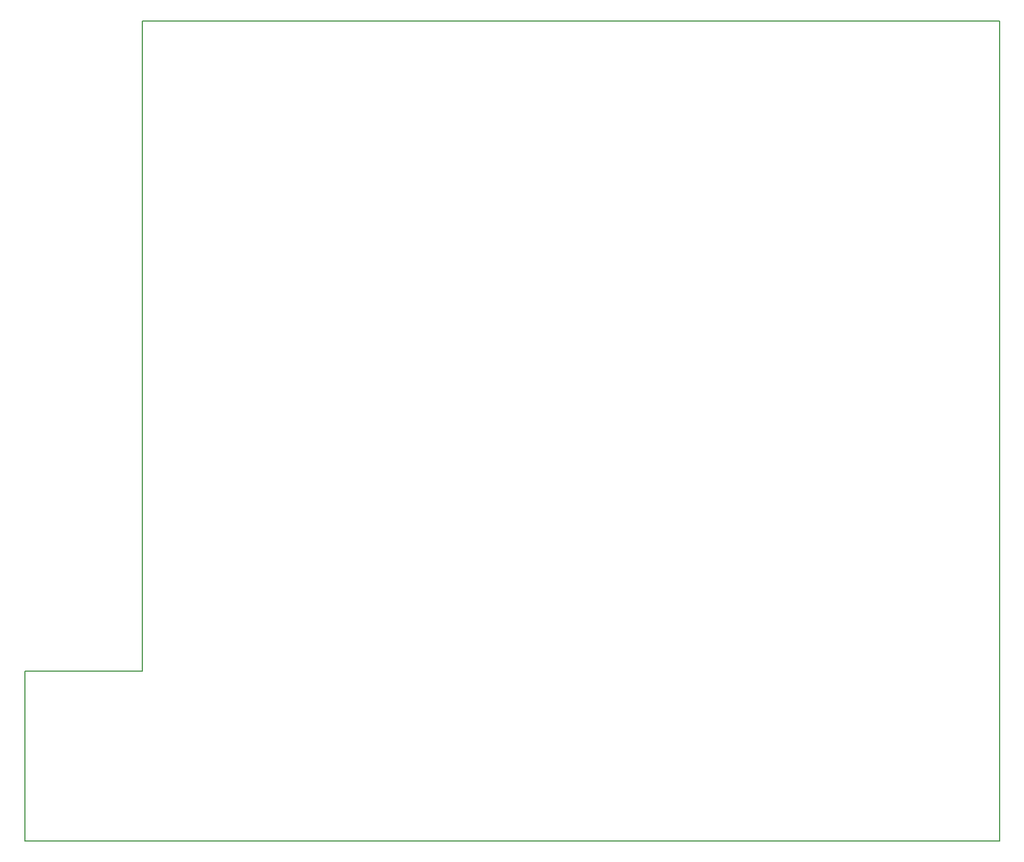
<source format=gbr>
G04 DipTrace 3.3.1.3*
G04 BoardOutline.gbr*
%MOIN*%
G04 #@! TF.FileFunction,Profile*
G04 #@! TF.Part,Single*
%ADD11C,0.005512*%
%FSLAX26Y26*%
G04*
G70*
G90*
G75*
G01*
G04 BoardOutline*
%LPD*%
X393700Y393700D2*
D11*
Y1417322D1*
X1102361D1*
Y5334645D1*
X6259842D1*
Y393700D1*
X393700D1*
M02*

</source>
